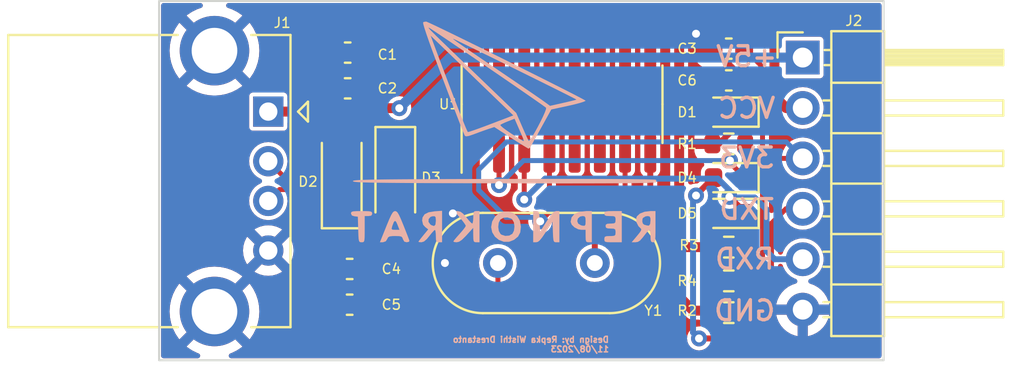
<source format=kicad_pcb>
(kicad_pcb (version 20211014) (generator pcbnew)
  (layers (0 "F.Cu" signal) (31 "B.Cu" signal) (34 "B.Paste" user) (35 "F.Paste" user) (36 "B.SilkS" user "B.Silkscreen") (37 "F.SilkS" user "F.Silkscreen") (38 "B.Mask" user) (39 "F.Mask" user) (44 "Edge.Cuts" user))
  (net 0 "")
  (net 1 "Net-(C1-Pad1)")
  (net 2 "GND")
  (net 3 "+3.3V")
  (net 4 "Net-(C4-Pad1)")
  (net 5 "Net-(C5-Pad1)")
  (net 6 "Net-(D1-Pad1)")
  (net 7 "Net-(D2-Pad1)")
  (net 8 "+5V")
  (net 9 "Net-(D4-Pad1)")
  (net 10 "Net-(D4-Pad2)")
  (net 11 "Net-(D5-Pad1)")
  (net 12 "Net-(D5-Pad2)")
  (net 13 "Net-(J1-Pad2)")
  (net 14 "Net-(J1-Pad3)")
  (net 15 "Net-(J2-Pad4)")
  (footprint "Resistor_SMD:R_0603_1608Metric" (layer "F.Cu") (at 95.7 70.6)
    (fp_text reference "R2" (at -2.1 -0.1) (layer "F.SilkS") (effects (font (size 0.5 0.5) (thickness 0.075))))
    (fp_text value "1k5")
    (fp_line (start -0.237258 0.5225) (end 0.237258 0.5225) (layer "F.SilkS") (width 0.12))
    (fp_line (start -0.237258 -0.5225) (end 0.237258 -0.5225) (layer "F.SilkS") (width 0.12))
    (pad "1" smd roundrect (at -0.825 0) (size 0.8 0.95) (layers "F.Cu" "F.Paste" "F.Mask") (net 1 "Net-(C1-Pad1)"))
    (pad "2" smd roundrect (at 0.825 0) (size 0.8 0.95) (layers "F.Cu" "F.Paste" "F.Mask") (net 10 "Net-(D4-Pad2)"))
  )
  (footprint "Capacitor_SMD:C_0603_1608Metric" (layer "F.Cu") (at 76.6 68.4)
    (fp_text reference "C4" (at 2.1 0) (layer "F.SilkS") (effects (font (size 0.5 0.5) (thickness 0.075))))
    (fp_text value "22p")
    (fp_line (start -0.14058 0.51) (end 0.14058 0.51) (layer "F.SilkS") (width 0.12))
    (fp_line (start -0.14058 -0.51) (end 0.14058 -0.51) (layer "F.SilkS") (width 0.12))
    (pad "1" smd roundrect (at -0.775 0) (size 0.9 0.95) (layers "F.Cu" "F.Paste" "F.Mask") (net 4 "Net-(C4-Pad1)"))
    (pad "2" smd roundrect (at 0.775 0) (size 0.9 0.95) (layers "F.Cu" "F.Paste" "F.Mask") (net 2 "GND"))
  )
  (footprint "Crystal:Crystal_HC49-4H_Vertical" (layer "F.Cu") (at 88.95 68.1 180)
    (fp_text reference "Y1" (at -2.95 -2.4) (layer "F.SilkS") (effects (font (size 0.5 0.5) (thickness 0.075))))
    (fp_text value "12MHz")
    (fp_line (start -0.76 -2.525) (end 5.64 -2.525) (layer "F.SilkS") (width 0.12))
    (fp_line (start -0.76 2.525) (end 5.64 2.525) (layer "F.SilkS") (width 0.12))
    (fp_arc (start 5.64 -2.525) (mid 8.165 0) (end 5.64 2.525) (layer "F.SilkS") (width 0.12))
    (fp_arc (start -0.76 2.525) (mid -3.285 0) (end -0.76 -2.525) (layer "F.SilkS") (width 0.12))
    (pad "1" thru_hole circle (at 0 0 180) (size 1.5 1.5) (drill 0.8) (layers *.Cu *.Mask) (net 4 "Net-(C4-Pad1)"))
    (pad "2" thru_hole circle (at 4.88 0 180) (size 1.5 1.5) (drill 0.8) (layers *.Cu *.Mask) (net 5 "Net-(C5-Pad1)"))
  )
  (footprint "LED_SMD:LED_0603_1608Metric" (layer "F.Cu") (at 95.72 65.6 180)
    (fp_text reference "D5" (at 2.12 0) (layer "F.SilkS") (effects (font (size 0.5 0.5) (thickness 0.075))))
    (fp_text value "LED")
    (fp_line (start -1.485 -0.735) (end -1.485 0.735) (layer "F.SilkS") (width 0.12))
    (fp_line (start 0.8 -0.735) (end -1.485 -0.735) (layer "F.SilkS") (width 0.12))
    (fp_line (start -1.485 0.735) (end 0.8 0.735) (layer "F.SilkS") (width 0.12))
    (pad "1" smd roundrect (at -0.7875 0 180) (size 0.875 0.95) (layers "F.Cu" "F.Paste" "F.Mask") (net 11 "Net-(D5-Pad1)"))
    (pad "2" smd roundrect (at 0.7875 0 180) (size 0.875 0.95) (layers "F.Cu" "F.Paste" "F.Mask") (net 12 "Net-(D5-Pad2)"))
  )
  (footprint "Diode_SMD:D_MiniMELF" (layer "F.Cu") (at 78.9 63.8 -90)
    (fp_text reference "D3" (at 0 -1.8) (layer "F.SilkS") (effects (font (size 0.5 0.5) (thickness 0.075))))
    (fp_text value "LL4148")
    (fp_line (start -2.55 -1) (end -2.55 1) (layer "F.SilkS") (width 0.12))
    (fp_line (start 1.75 -1) (end -2.55 -1) (layer "F.SilkS") (width 0.12))
    (fp_line (start -2.55 1) (end 1.75 1) (layer "F.SilkS") (width 0.12))
    (pad "1" smd rect (at -1.75 0 270) (size 1.3 1.7) (layers "F.Cu" "F.Paste" "F.Mask") (net 1 "Net-(C1-Pad1)"))
    (pad "2" smd rect (at 1.75 0 270) (size 1.3 1.7) (layers "F.Cu" "F.Paste" "F.Mask") (net 7 "Net-(D2-Pad1)"))
  )
  (footprint "Capacitor_SMD:C_0603_1608Metric" (layer "F.Cu") (at 76.5 57.5)
    (fp_text reference "C1" (at 2 0.1) (layer "F.SilkS") (effects (font (size 0.5 0.5) (thickness 0.075))))
    (fp_text value "10uF")
    (fp_line (start -0.14058 -0.51) (end 0.14058 -0.51) (layer "F.SilkS") (width 0.12))
    (fp_line (start -0.14058 0.51) (end 0.14058 0.51) (layer "F.SilkS") (width 0.12))
    (pad "1" smd roundrect (at -0.775 0) (size 0.9 0.95) (layers "F.Cu" "F.Paste" "F.Mask") (net 1 "Net-(C1-Pad1)"))
    (pad "2" smd roundrect (at 0.775 0) (size 0.9 0.95) (layers "F.Cu" "F.Paste" "F.Mask") (net 2 "GND"))
  )
  (footprint "Diode_SMD:D_MiniMELF" (layer "F.Cu") (at 76.2 63.8 90)
    (fp_text reference "D2" (at -0.2 -1.7 180) (layer "F.SilkS") (effects (font (size 0.5 0.5) (thickness 0.075))))
    (fp_text value "LL4148")
    (fp_line (start 1.75 -1) (end -2.55 -1) (layer "F.SilkS") (width 0.12))
    (fp_line (start -2.55 -1) (end -2.55 1) (layer "F.SilkS") (width 0.12))
    (fp_line (start -2.55 1) (end 1.75 1) (layer "F.SilkS") (width 0.12))
    (pad "1" smd rect (at -1.75 0 90) (size 1.3 1.7) (layers "F.Cu" "F.Paste" "F.Mask") (net 7 "Net-(D2-Pad1)"))
    (pad "2" smd rect (at 1.75 0 90) (size 1.3 1.7) (layers "F.Cu" "F.Paste" "F.Mask") (net 8 "+5V"))
  )
  (footprint "Connector_USB:USB_A_CONNFLY_DS1095-WNR0" (layer "F.Cu") (at 72.5 60.4725 -90)
    (fp_text reference "J1" (at -4.4725 -0.7) (layer "F.SilkS") (effects (font (size 0.5 0.5) (thickness 0.075))))
    (fp_text value "USB_A")
    (fp_line (start -0.5 -2) (end 0 -1.5) (layer "F.SilkS") (width 0.12))
    (fp_line (start 0.5 -2) (end -0.5 -2) (layer "F.SilkS") (width 0.12))
    (fp_line (start -3.86 4.56) (end -3.86 13.1) (layer "F.SilkS") (width 0.12))
    (fp_line (start -3.86 13.1) (end 10.86 13.1) (layer "F.SilkS") (width 0.12))
    (fp_line (start 10.86 0.86) (end 10.86 -1.12) (layer "F.SilkS") (width 0.12))
    (fp_line (start 10.86 4.56) (end 10.86 13.1) (layer "F.SilkS") (width 0.12))
    (fp_line (start 0 -1.5) (end 0.5 -2) (layer "F.SilkS") (width 0.12))
    (fp_line (start -3.86 -1.12) (end -3.86 0.86) (layer "F.SilkS") (width 0.12))
    (fp_line (start -3.86 -1.12) (end 10.86 -1.12) (layer "F.SilkS") (width 0.12))
    (pad "1" thru_hole rect (at 0 0 270) (size 1.524 1.524) (drill 0.92) (layers *.Cu *.Mask) (net 1 "Net-(C1-Pad1)"))
    (pad "2" thru_hole circle (at 2.5 0 270) (size 1.524 1.524) (drill 0.92) (layers *.Cu *.Mask) (net 13 "Net-(J1-Pad2)"))
    (pad "3" thru_hole circle (at 4.5 0 270) (size 1.524 1.524) (drill 0.92) (layers *.Cu *.Mask) (net 14 "Net-(J1-Pad3)"))
    (pad "4" thru_hole circle (at 7 0 270) (size 1.524 1.524) (drill 0.92) (layers *.Cu *.Mask) (net 2 "GND"))
    (pad "5" thru_hole circle (at -3.07 2.71 270) (size 3.5 3.5) (drill 2.3) (layers *.Cu *.Mask) (net 2 "GND"))
    (pad "5" thru_hole circle (at 10.07 2.71 270) (size 3.5 3.5) (drill 2.3) (layers *.Cu *.Mask) (net 2 "GND"))
  )
  (footprint "Capacitor_SMD:C_0603_1608Metric" (layer "F.Cu") (at 95.7 58.9)
    (fp_text reference "C6" (at -2.1 0) (layer "F.SilkS") (effects (font (size 0.5 0.5) (thickness 0.075))))
    (fp_text value "100nF")
    (fp_line (start -0.14058 -0.51) (end 0.14058 -0.51) (layer "F.SilkS") (width 0.12))
    (fp_line (start -0.14058 0.51) (end 0.14058 0.51) (layer "F.SilkS") (width 0.12))
    (pad "1" smd roundrect (at -0.775 0) (size 0.9 0.95) (layers "F.Cu" "F.Paste" "F.Mask") (net 1 "Net-(C1-Pad1)"))
    (pad "2" smd roundrect (at 0.775 0) (size 0.9 0.95) (layers "F.Cu" "F.Paste" "F.Mask") (net 2 "GND"))
  )
  (footprint "Resistor_SMD:R_0603_1608Metric" (layer "F.Cu") (at 95.7 69 180)
    (fp_text reference "R4" (at 2.1 0) (layer "F.SilkS") (effects (font (size 0.5 0.5) (thickness 0.075))))
    (fp_text value "1k5")
    (fp_line (start -0.237258 0.5225) (end 0.237258 0.5225) (layer "F.SilkS") (width 0.12))
    (fp_line (start -0.237258 -0.5225) (end 0.237258 -0.5225) (layer "F.SilkS") (width 0.12))
    (pad "1" smd roundrect (at -0.825 0 180) (size 0.8 0.95) (layers "F.Cu" "F.Paste" "F.Mask") (net 9 "Net-(D4-Pad1)"))
    (pad "2" smd roundrect (at 0.825 0 180) (size 0.8 0.95) (layers "F.Cu" "F.Paste" "F.Mask") (net 15 "Net-(J2-Pad4)"))
  )
  (footprint "LED_SMD:LED_0603_1608Metric" (layer "F.Cu") (at 95.72 63.8 180)
    (fp_text reference "D4" (at 2.12 0) (layer "F.SilkS") (effects (font (size 0.5 0.5) (thickness 0.075))))
    (fp_text value "LED")
    (fp_line (start -1.485 -0.735) (end -1.485 0.735) (layer "F.SilkS") (width 0.12))
    (fp_line (start -1.485 0.735) (end 0.8 0.735) (layer "F.SilkS") (width 0.12))
    (fp_line (start 0.8 -0.735) (end -1.485 -0.735) (layer "F.SilkS") (width 0.12))
    (pad "1" smd roundrect (at -0.7875 0 180) (size 0.875 0.95) (layers "F.Cu" "F.Paste" "F.Mask") (net 9 "Net-(D4-Pad1)"))
    (pad "2" smd roundrect (at 0.7875 0 180) (size 0.875 0.95) (layers "F.Cu" "F.Paste" "F.Mask") (net 10 "Net-(D4-Pad2)"))
  )
  (footprint "Resistor_SMD:R_0603_1608Metric" (layer "F.Cu") (at 95.7 67.3)
    (fp_text reference "R3" (at -2 -0.1) (layer "F.SilkS") (effects (font (size 0.5 0.5) (thickness 0.075))))
    (fp_text value "1k5")
    (fp_line (start -0.237258 0.5225) (end 0.237258 0.5225) (layer "F.SilkS") (width 0.12))
    (fp_line (start -0.237258 -0.5225) (end 0.237258 -0.5225) (layer "F.SilkS") (width 0.12))
    (pad "1" smd roundrect (at -0.825 0) (size 0.8 0.95) (layers "F.Cu" "F.Paste" "F.Mask") (net 1 "Net-(C1-Pad1)"))
    (pad "2" smd roundrect (at 0.825 0) (size 0.8 0.95) (layers "F.Cu" "F.Paste" "F.Mask") (net 12 "Net-(D5-Pad2)"))
  )
  (footprint "Package_SO:SOIC-16_3.9x9.9mm_P1.27mm" (layer "F.Cu") (at 87.3 60.1 90)
    (fp_text reference "U1" (at 0 -5.7 180) (layer "F.SilkS") (effects (font (size 0.5 0.5) (thickness 0.075))))
    (fp_text value "CH340G")
    (fp_line (start 0 -5.06) (end -3.45 -5.06) (layer "F.SilkS") (width 0.12))
    (fp_line (start 0 5.06) (end 1.95 5.06) (layer "F.SilkS") (width 0.12))
    (fp_line (start 0 -5.06) (end 1.95 -5.06) (layer "F.SilkS") (width 0.12))
    (fp_line (start 0 5.06) (end -1.95 5.06) (layer "F.SilkS") (width 0.12))
    (pad "1" smd roundrect (at -2.475 -4.445 90) (size 1.95 0.6) (layers "F.Cu" "F.Paste" "F.Mask") (net 2 "GND"))
    (pad "2" smd roundrect (at -2.475 -3.175 90) (size 1.95 0.6) (layers "F.Cu" "F.Paste" "F.Mask") (net 9 "Net-(D4-Pad1)"))
    (pad "3" smd roundrect (at -2.475 -1.905 90) (size 1.95 0.6) (layers "F.Cu" "F.Paste" "F.Mask") (net 11 "Net-(D5-Pad1)"))
    (pad "4" smd roundrect (at -2.475 -0.635 90) (size 1.95 0.6) (layers "F.Cu" "F.Paste" "F.Mask") (net 3 "+3.3V"))
    (pad "5" smd roundrect (at -2.475 0.635 90) (size 1.95 0.6) (layers "F.Cu" "F.Paste" "F.Mask") (net 14 "Net-(J1-Pad3)"))
    (pad "6" smd roundrect (at -2.475 1.905 90) (size 1.95 0.6) (layers "F.Cu" "F.Paste" "F.Mask") (net 13 "Net-(J1-Pad2)"))
    (pad "7" smd roundrect (at -2.475 3.175 90) (size 1.95 0.6) (layers "F.Cu" "F.Paste" "F.Mask") (net 4 "Net-(C4-Pad1)"))
    (pad "8" smd roundrect (at -2.475 4.445 90) (size 1.95 0.6) (layers "F.Cu" "F.Paste" "F.Mask") (net 5 "Net-(C5-Pad1)"))
    (pad "9" smd roundrect (at 2.475 4.445 90) (size 1.95 0.6) (layers "F.Cu" "F.Paste" "F.Mask"))
    (pad "10" smd roundrect (at 2.475 3.175 90) (size 1.95 0.6) (layers "F.Cu" "F.Paste" "F.Mask"))
    (pad "11" smd roundrect (at 2.475 1.905 90) (size 1.95 0.6) (layers "F.Cu" "F.Paste" "F.Mask"))
    (pad "12" smd roundrect (at 2.475 0.635 90) (size 1.95 0.6) (layers "F.Cu" "F.Paste" "F.Mask"))
    (pad "13" smd roundrect (at 2.475 -0.635 90) (size 1.95 0.6) (layers "F.Cu" "F.Paste" "F.Mask"))
    (pad "14" smd roundrect (at 2.475 -1.905 90) (size 1.95 0.6) (layers "F.Cu" "F.Paste" "F.Mask"))
    (pad "15" smd roundrect (at 2.475 -3.175 90) (size 1.95 0.6) (layers "F.Cu" "F.Paste" "F.Mask"))
    (pad "16" smd roundrect (at 2.475 -4.445 90) (size 1.95 0.6) (layers "F.Cu" "F.Paste" "F.Mask") (net 1 "Net-(C1-Pad1)"))
  )
  (footprint "Capacitor_SMD:C_0603_1608Metric" (layer "F.Cu") (at 76.5 59.3)
    (fp_text reference "C2" (at 2 0) (layer "F.SilkS") (effects (font (size 0.5 0.5) (thickness 0.075))))
    (fp_text value "100nF")
    (fp_line (start -0.14058 -0.51) (end 0.14058 -0.51) (layer "F.SilkS") (width 0.12))
    (fp_line (start -0.14058 0.51) (end 0.14058 0.51) (layer "F.SilkS") (width 0.12))
    (pad "1" smd roundrect (at -0.775 0) (size 0.9 0.95) (layers "F.Cu" "F.Paste" "F.Mask") (net 1 "Net-(C1-Pad1)"))
    (pad "2" smd roundrect (at 0.775 0) (size 0.9 0.95) (layers "F.Cu" "F.Paste" "F.Mask") (net 2 "GND"))
  )
  (footprint "Connector_PinHeader_2.54mm:PinHeader_1x06_P2.54mm_Horizontal" (layer "F.Cu") (at 99.425 57.75)
    (fp_text reference "J2" (at 2.575 -1.85) (layer "F.SilkS") (effects (font (size 0.5 0.5) (thickness 0.075))))
    (fp_text value "Conn_01x06_Male")
    (fp_line (start 4.1 12.32) (end 10.1 12.32) (layer "F.SilkS") (width 0.12))
    (fp_line (start 1.44 6.35) (end 4.1 6.35) (layer "F.SilkS") (width 0.12))
    (fp_line (start 4.1 0.28) (end 10.1 0.28) (layer "F.SilkS") (width 0.12))
    (fp_line (start 10.1 8) (end 4.1 8) (layer "F.SilkS") (width 0.12))
    (fp_line (start 1.042929 4.7) (end 1.44 4.7) (layer "F.SilkS") (width 0.12))
    (fp_line (start 1.11 0.38) (end 1.44 0.38) (layer "F.SilkS") (width 0.12))
    (fp_line (start 1.042929 2.16) (end 1.44 2.16) (layer "F.SilkS") (width 0.12))
    (fp_line (start 1.042929 7.24) (end 1.44 7.24) (layer "F.SilkS") (width 0.12))
    (fp_line (start 1.042929 12.32) (end 1.44 12.32) (layer "F.SilkS") (width 0.12))
    (fp_line (start 10.1 4.7) (end 10.1 5.46) (layer "F.SilkS") (width 0.12))
    (fp_line (start 1.44 1.27) (end 4.1 1.27) (layer "F.SilkS") (width 0.12))
    (fp_line (start 1.042929 9.78) (end 1.44 9.78) (layer "F.SilkS") (width 0.12))
    (fp_line (start 1.44 3.81) (end 4.1 3.81) (layer "F.SilkS") (width 0.12))
    (fp_line (start 4.1 14.03) (end 4.1 -1.33) (layer "F.SilkS") (width 0.12))
    (fp_line (start 4.1 -0.38) (end 10.1 -0.38) (layer "F.SilkS") (width 0.12))
    (fp_line (start -1.27 -1.27) (end 0 -1.27) (layer "F.SilkS") (width 0.12))
    (fp_line (start 1.44 14.03) (end 4.1 14.03) (layer "F.SilkS") (width 0.12))
    (fp_line (start 4.1 -1.33) (end 1.44 -1.33) (layer "F.SilkS") (width 0.12))
    (fp_line (start 1.042929 10.54) (end 1.44 10.54) (layer "F.SilkS") (width 0.12))
    (fp_line (start 1.042929 8) (end 1.44 8) (layer "F.SilkS") (width 0.12))
    (fp_line (start 10.1 -0.38) (end 10.1 0.38) (layer "F.SilkS") (width 0.12))
    (fp_line (start 10.1 7.24) (end 10.1 8) (layer "F.SilkS") (width 0.12))
    (fp_line (start 1.44 8.89) (end 4.1 8.89) (layer "F.SilkS") (width 0.12))
    (fp_line (start 4.1 0.04) (end 10.1 0.04) (layer "F.SilkS") (width 0.12))
    (fp_line (start 4.1 0.16) (end 10.1 0.16) (layer "F.SilkS") (width 0.12))
    (fp_line (start 1.042929 13.08) (end 1.44 13.08) (layer "F.SilkS") (width 0.12))
    (fp_line (start 10.1 9.78) (end 10.1 10.54) (layer "F.SilkS") (width 0.12))
    (fp_line (start 1.11 -0.38) (end 1.44 -0.38) (layer "F.SilkS") (width 0.12))
    (fp_line (start 1.042929 5.46) (end 1.44 5.46) (layer "F.SilkS") (width 0.12))
    (fp_line (start 1.44 -1.33) (end 1.44 14.03) (layer "F.SilkS") (width 0.12))
    (fp_line (start 4.1 7.24) (end 10.1 7.24) (layer "F.SilkS") (width 0.12))
    (fp_line (start 4.1 9.78) (end 10.1 9.78) (layer "F.SilkS") (width 0.12))
    (fp_line (start 10.1 2.16) (end 10.1 2.92) (layer "F.SilkS") (width 0.12))
    (fp_line (start 10.1 2.92) (end 4.1 2.92) (layer "F.SilkS") (width 0.12))
    (fp_line (start 4.1 4.7) (end 10.1 4.7) (layer "F.SilkS") (width 0.12))
    (fp_line (start 4.1 -0.08) (end 10.1 -0.08) (layer "F.SilkS") (width 0.12))
    (fp_line (start 4.1 -0.32) (end 10.1 -0.32) (layer "F.SilkS") (width 0.12))
    (fp_line (start 10.1 12.32) (end 10.1 13.08) (layer "F.SilkS") (width 0.12))
    (fp_line (start 4.1 -0.2) (end 10.1 -0.2) (layer "F.SilkS") (width 0.12))
    (fp_line (start 4.1 2.16) (end 10.1 2.16) (layer "F.SilkS") (width 0.12))
    (fp_line (start 1.44 11.43) (end 4.1 11.43) (layer "F.SilkS") (width 0.12))
    (fp_line (start 10.1 0.38) (end 4.1 0.38) (layer "F.SilkS") (width 0.12))
    (fp_line (start -1.27 0) (end -1.27 -1.27) (layer "F.SilkS") (width 0.12))
    (fp_line (start 10.1 10.54) (end 4.1 10.54) (layer "F.SilkS") (width 0.12))
    (fp_line (start 10.1 5.46) (end 4.1 5.46) (layer "F.SilkS") (width 0.12))
    (fp_line (start 1.042929 2.92) (end 1.44 2.92) (layer "F.SilkS") (width 0.12))
    (fp_line (start 10.1 13.08) (end 4.1 13.08) (layer "F.SilkS") (width 0.12))
    (pad "1" thru_hole rect (at 0 0) (size 1.7 1.7) (drill 1) (layers *.Cu *.Mask) (net 8 "+5V"))
    (pad "2" thru_hole oval (at 0 2.54) (size 1.7 1.7) (drill 1) (layers *.Cu *.Mask) (net 1 "Net-(C1-Pad1)"))
    (pad "3" thru_hole oval (at 0 5.08) (size 1.7 1.7) (drill 1) (layers *.Cu *.Mask) (net 3 "+3.3V"))
    (pad "4" thru_hole oval (at 0 7.62) (size 1.7 1.7) (drill 1) (layers *.Cu *.Mask) (net 15 "Net-(J2-Pad4)"))
    (pad "5" thru_hole oval (at 0 10.16) (size 1.7 1.7) (drill 1) (layers *.Cu *.Mask) (net 11 "Net-(D5-Pad1)"))
    (pad "6" thru_hole oval (at 0 12.7) (size 1.7 1.7) (drill 1) (layers *.Cu *.Mask) (net 2 "GND"))
  )
  (footprint "Capacitor_SMD:C_0603_1608Metric" (layer "F.Cu") (at 76.6 70.2)
    (fp_text reference "C5" (at 2.1 0) (layer "F.SilkS") (effects (font (size 0.5 0.5) (thickness 0.075))))
    (fp_text value "22p")
    (fp_line (start -0.14058 -0.51) (end 0.14058 -0.51) (layer "F.SilkS") (width 0.12))
    (fp_line (start -0.14058 0.51) (end 0.14058 0.51) (layer "F.SilkS") (width 0.12))
    (pad "1" smd roundrect (at -0.775 0) (size 0.9 0.95) (layers "F.Cu" "F.Paste" "F.Mask") (net 5 "Net-(C5-Pad1)"))
    (pad "2" smd roundrect (at 0.775 0) (size 0.9 0.95) (layers "F.Cu" "F.Paste" "F.Mask") (net 2 "GND"))
  )
  (footprint "Resistor_SMD:R_0603_1608Metric" (layer "F.Cu") (at 95.7 62.1 180)
    (fp_text reference "R1" (at 2.1 0) (layer "F.SilkS") (effects (font (size 0.5 0.5) (thickness 0.075))))
    (fp_text value "1k5")
    (fp_line (start -0.237258 0.5225) (end 0.237258 0.5225) (layer "F.SilkS") (width 0.12))
    (fp_line (start -0.237258 -0.5225) (end 0.237258 -0.5225) (layer "F.SilkS") (width 0.12))
    (pad "1" smd roundrect (at -0.825 0 180) (size 0.8 0.95) (layers "F.Cu" "F.Paste" "F.Mask") (net 6 "Net-(D1-Pad1)"))
    (pad "2" smd roundrect (at 0.825 0 180) (size 0.8 0.95) (layers "F.Cu" "F.Paste" "F.Mask") (net 2 "GND"))
  )
  (footprint "LED_SMD:LED_0603_1608Metric" (layer "F.Cu") (at 95.72 60.5 180)
    (fp_text reference "D1" (at 2.12 0) (layer "F.SilkS") (effects (font (size 0.5 0.5) (thickness 0.075))))
    (fp_text value "LED")
    (fp_line (start 0.8 -0.735) (end -1.485 -0.735) (layer "F.SilkS") (width 0.12))
    (fp_line (start -1.485 0.735) (end 0.8 0.735) (layer "F.SilkS") (width 0.12))
    (fp_line (start -1.485 -0.735) (end -1.485 0.735) (layer "F.SilkS") (width 0.12))
    (pad "1" smd roundrect (at -0.7875 0 180) (size 0.875 0.95) (layers "F.Cu" "F.Paste" "F.Mask") (net 6 "Net-(D1-Pad1)"))
    (pad "2" smd roundrect (at 0.7875 0 180) (size 0.875 0.95) (layers "F.Cu" "F.Paste" "F.Mask") (net 1 "Net-(C1-Pad1)"))
  )
  (footprint "Capacitor_SMD:C_0603_1608Metric" (layer "F.Cu") (at 95.7 57.3 180)
    (fp_text reference "C3" (at 2.1 0) (layer "F.SilkS") (effects (font (size 0.5 0.5) (thickness 0.075))))
    (fp_text value "100nF")
    (fp_line (start -0.14058 -0.51) (end 0.14058 -0.51) (layer "F.SilkS") (width 0.12))
    (fp_line (start -0.14058 0.51) (end 0.14058 0.51) (layer "F.SilkS") (width 0.12))
    (pad "1" smd roundrect (at -0.775 0 180) (size 0.9 0.95) (layers "F.Cu" "F.Paste" "F.Mask") (net 3 "+3.3V"))
    (pad "2" smd roundrect (at 0.775 0 180) (size 0.9 0.95) (layers "F.Cu" "F.Paste" "F.Mask") (net 2 "GND"))
  )
  (footprint "logo:logo3" (layer "B.Cu") (at 84.4 61.9 180)
    (fp_text reference "G***" hide)
    (fp_text value "LOGO" hide)
    (fp_poly (pts (xy -7.059062 -3.616744) (xy -6.824062 -3.707955) (xy -6.674191 -3.845253) (xy -6.639913 -3.923981) (xy -6.644671 -4.139979) (xy -6.747544 -4.345963) (xy -6.846531 -4.442351) (xy -6.889867 -4.493161) (xy -6.878857 -4.563817) (xy -6.802536 -4.679486) (xy -6.675341 -4.835296) (xy -6.405387 -5.155446) (xy -6.596524 -5.155446) (xy -6.721957 -5.135775) (xy -6.836323 -5.061114) (xy -6.971416 -4.907991) (xy -7.02235 -4.841089) (xy -7.152276 -4.676881) (xy -7.256298 -4.563123) (xy -7.30649 -4.526733) (xy -7.334704 -4.583298) (xy -7.352608 -4.72792) (xy -7.355941 -4.841089) (xy -7.362561 -5.029642) (xy -7.390661 -5.12368) (xy -7.4526 -5.154101) (xy -7.481684 -5.155446) (xy -7.533867 -5.148288) (xy -7.569201 -5.113197) (xy -7.590953 -5.029746) (xy -7.602392 -4.877509) (xy -7.606787 -4.636058) (xy -7.607426 -4.369555) (xy -7.607426 -4.04472) (xy -7.355941 -4.04472) (xy -7.336753 -4.236176) (xy -7.274452 -4.317884) (xy -7.181187 -4.308639) (xy -7.067974 -4.277829) (xy -7.040679 -4.275248) (xy -6.974159 -4.223118) (xy -6.942115 -4.104777) (xy -6.954276 -3.977295) (xy -6.981217 -3.926439) (xy -7.100893 -3.853738) (xy -7.206461 -3.835149) (xy -7.309667 -3.854249) (xy -7.35045 -3.936121) (xy -7.355941 -4.04472) (xy -7.607426 -4.04472) (xy -7.607426 -3.583664) (xy -7.353922 -3.583664)) (layer "B.SilkS") (width 0) (fill solid))
    (fp_poly (pts (xy 4.064978 5.946403) (xy 4.098837 5.922845) (xy 4.092672 5.847538) (xy 4.039891 5.657592) (xy 3.941148 5.354889) (xy 3.797098 4.941308) (xy 3.608396 4.41873) (xy 3.375696 3.789037) (xy 3.106426 3.072023) (xy 2.892881 2.508513) (xy 2.691511 1.980021) (xy 2.506911 1.498401) (xy 2.343675 1.075509) (xy 2.206401 0.723201) (xy 2.099682 0.453333) (xy 2.028114 0.277759) (xy 1.996568 0.208686) (xy 1.931277 0.180085) (xy 1.799366 0.200228) (xy 1.580295 0.272857) (xy 1.520544 0.295414) (xy 1.255929 0.394375) (xy 0.989299 0.490297) (xy 0.80677 0.552895) (xy 0.513292 0.649413) (xy -0.331523 0.104657) (xy -0.619978 -0.079934) (xy -0.870773 -0.237751) (xy -1.065254 -0.357269) (xy -1.184767 -0.426963) (xy -1.213172 -0.440099) (xy -1.275931 -0.395418) (xy -1.300869 -0.362771) (xy -1.347262 -0.283803) (xy -1.442975 -0.114961) (xy -1.576641 0.123505) (xy -1.736893 0.411341) (xy -1.854773 0.624074) (xy -2.357813 1.533591) (xy -2.743146 1.617193) (xy -2.097505 1.617193) (xy -2.088814 1.539065) (xy -2.030277 1.381026) (xy -1.933952 1.165917) (xy -1.811897 0.91658) (xy -1.676169 0.655855) (xy -1.538827 0.406584) (xy -1.411928 0.191608) (xy -1.307529 0.033767) (xy -1.237689 -0.044097) (xy -1.219537 -0.045939) (xy -1.21869 -0.044337) (xy -0.971337 -0.044337) (xy -0.96729 -0.062872) (xy -0.90397 -0.03068) (xy -0.758048 0.056692) (xy -0.55205 0.185444) (xy -0.337103 0.323222) (xy -0.105238 0.480208) (xy 0.075258 0.615555) (xy 0.185306 0.71402) (xy 0.208039 0.758825) (xy 0.124878 0.807682) (xy -0.035803 0.881382) (xy -0.175144 0.938541) (xy -0.507466 1.068749) (xy -0.630961 0.785859) (xy -0.73847 0.539588) (xy -0.851979 0.279573) (xy -0.877964 0.220049) (xy -0.94249 0.058033) (xy -0.971337 -0.044337) (xy -1.21869 -0.044337) (xy -1.184998 0.019387) (xy -1.111589 0.17661) (xy -1.010105 0.402107) (xy -0.892168 0.670356) (xy -0.646202 1.235703) (xy -0.444237 1.235703) (xy 0.673797 0.80927) (xy 1.025678 0.676813) (xy 1.337719 0.562684) (xy 1.590808 0.473602) (xy 1.765831 0.416286) (xy 1.843677 0.397456) (xy 1.844644 0.397636) (xy 1.878432 0.457873) (xy 1.950679 0.622418) (xy 2.055968 0.87774) (xy 2.188879 1.210307) (xy 2.343993 1.60659) (xy 2.515892 2.053057) (xy 2.668121 2.453866) (xy 2.855793 2.951245) (xy 3.03519 3.42717) (xy 3.199971 3.864779) (xy 3.343793 4.24721) (xy 3.460312 4.557602) (xy 3.543188 4.779091) (xy 3.577902 4.872524) (xy 3.717018 5.249752) (xy 3.288831 4.837115) (xy 3.142244 4.695797) (xy 2.918965 4.480472) (xy 2.632788 4.204445) (xy 2.297508 3.881022) (xy 1.926917 3.523509) (xy 1.534809 3.145213) (xy 1.208203 2.830091) (xy -0.444237 1.235703) (xy -0.646202 1.235703) (xy -0.592642 1.358809) (xy 1.621253 3.487197) (xy 2.13382 3.980148) (xy 2.562636 4.393077) (xy 2.91474 4.732953) (xy 3.197176 5.006746) (xy 3.416986 5.221426) (xy 3.58121 5.383961) (xy 3.696891 5.501322) (xy 3.77107 5.580479) (xy 3.81079 5.6284) (xy 3.823092 5.652056) (xy 3.815019 5.658415) (xy 3.814965 5.658415) (xy 3.755907 5.623995) (xy 3.604702 5.525904) (xy 3.372692 5.371892) (xy 3.071219 5.169712) (xy 2.711623 4.927116) (xy 2.305246 4.651856) (xy 1.863429 4.351684) (xy 1.397515 4.034353) (xy 0.918845 3.707613) (xy 0.438759 3.379217) (xy -0.0314 3.056917) (xy -0.480291 2.748466) (xy -0.896573 2.461614) (xy -1.268903 2.204114) (xy -1.585942 1.983718) (xy -1.836346 1.808178) (xy -2.008775 1.685246) (xy -2.091887 1.622674) (xy -2.097505 1.617193) (xy -2.743146 1.617193) (xy -3.222224 1.721134) (xy -3.532659 1.793005) (xy -3.793619 1.862035) (xy -3.98307 1.921725) (xy -4.078975 1.965575) (xy -4.086363 1.975996) (xy -4.031665 2.011566) (xy -3.992538 2.032875) (xy -3.625616 2.032875) (xy -3.559457 2.0114) (xy -3.396727 1.969558) (xy -3.163685 1.913874) (xy -2.949762 1.864975) (xy -2.294802 1.717968) (xy -1.980446 1.947341) (xy -1.858602 2.033505) (xy -1.645944 2.18086) (xy -1.355875 2.380242) (xy -1.001795 2.622485) (xy -0.597108 2.898423) (xy -0.155215 3.19889) (xy 0.310481 3.514722) (xy 0.408663 3.581205) (xy 0.985342 3.972064) (xy 1.463323 4.297165) (xy 1.848458 4.560614) (xy 2.146598 4.766515) (xy 2.363593 4.918974) (xy 2.505296 5.022096) (xy 2.577557 5.079985) (xy 2.586227 5.096747) (xy 2.546287 5.080922) (xy 2.23196 4.929621) (xy 1.852051 4.745403) (xy 1.418576 4.534201) (xy 0.94355 4.30195) (xy 0.438988 4.054583) (xy -0.083093 3.798034) (xy -0.610679 3.538238) (xy -1.131754 3.281128) (xy -1.634302 3.032638) (xy -2.106308 2.798703) (xy -2.535756 2.585255) (xy -2.910631 2.39823) (xy -3.218916 2.243562) (xy -3.448597 2.127183) (xy -3.587658 2.055029) (xy -3.625616 2.032875) (xy -3.992538 2.032875) (xy -3.874935 2.096923) (xy -3.627109 2.226638) (xy -3.299126 2.39528) (xy -2.901921 2.597419) (xy -2.446434 2.827625) (xy -1.9436 3.080468) (xy -1.404357 3.350518) (xy -0.839643 3.632345) (xy -0.260395 3.920518) (xy 0.32245 4.209607) (xy 0.897954 4.494183) (xy 1.455181 4.768816) (xy 1.983193 5.028074) (xy 2.471052 5.266528) (xy 2.907821 5.478748) (xy 3.282564 5.659304) (xy 3.584342 5.802765) (xy 3.802218 5.903702) (xy 3.925256 5.956684) (xy 3.944127 5.96295)) (layer "B.SilkS") (width 0) (fill solid))
    (fp_poly (pts (xy 1.507887 -3.593856) (xy 1.554424 -3.64587) (xy 1.570293 -3.771862) (xy 1.571782 -3.89802) (xy 1.581241 -4.077365) (xy 1.605427 -4.191183) (xy 1.624356 -4.212377) (xy 1.687793 -4.166621) (xy 1.800909 -4.047361) (xy 1.922995 -3.900542) (xy 2.084609 -3.714616) (xy 2.214449 -3.617077) (xy 2.341765 -3.586368) (xy 2.349592 -3.586185) (xy 2.530125 -3.583664) (xy 2.239567 -3.923765) (xy 2.095842 -4.100366) (xy 1.991959 -4.243969) (xy 1.94917 -4.325056) (xy 1.949009 -4.327362) (xy 1.98879 -4.401709) (xy 2.093749 -4.539121) (xy 2.242317 -4.711641) (xy 2.263366 -4.734813) (xy 2.415355 -4.905924) (xy 2.526951 -5.040728) (xy 2.576867 -5.113341) (xy 2.577722 -5.117108) (xy 2.523405 -5.145034) (xy 2.406168 -5.155446) (xy 2.284047 -5.126876) (xy 2.141911 -5.030318) (xy 1.957254 -4.8495) (xy 1.906086 -4.793936) (xy 1.577557 -4.432426) (xy 1.574669 -4.793936) (xy 1.569294 -4.997584) (xy 1.548452 -5.105633) (xy 1.498805 -5.148207) (xy 1.414604 -5.155446) (xy 1.257425 -5.155446) (xy 1.257425 -3.583664) (xy 1.414604 -3.583664)) (layer "B.SilkS") (width 0) (fill solid))
    (fp_poly (pts (xy 5.571674 -3.600345) (xy 5.634309 -3.661179) (xy 5.707641 -3.783967) (xy 5.801657 -3.986111) (xy 5.926344 -4.285013) (xy 5.960523 -4.369555) (xy 6.277039 -5.155446) (xy 6.123349 -5.155446) (xy 5.978338 -5.106142) (xy 5.909901 -4.998268) (xy 5.861973 -4.907097) (xy 5.783489 -4.860027) (xy 5.637869 -4.842893) (xy 5.503991 -4.841089) (xy 5.303057 -4.84638) (xy 5.193223 -4.87163) (xy 5.139985 -4.930902) (xy 5.118392 -4.998268) (xy 5.047801 -5.123586) (xy 4.92397 -5.155446) (xy 4.80989 -5.129031) (xy 4.789325 -5.076857) (xy 4.819597 -4.990416) (xy 4.886969 -4.813237) (xy 4.981457 -4.57118) (xy 4.999107 -4.526733) (xy 5.291303 -4.526733) (xy 5.503024 -4.526733) (xy 5.643578 -4.520321) (xy 5.686625 -4.476325) (xy 5.658255 -4.357608) (xy 5.646564 -4.322401) (xy 5.575275 -4.138971) (xy 5.515833 -4.076203) (xy 5.455007 -4.131544) (xy 5.390946 -4.273067) (xy 5.291303 -4.526733) (xy 4.999107 -4.526733) (xy 5.092574 -4.291365) (xy 5.218099 -3.98602) (xy 5.312455 -3.78092) (xy 5.386427 -3.657773) (xy 5.450807 -3.598288) (xy 5.509751 -3.584063)) (layer "B.SilkS") (width 0) (fill solid))
    (fp_poly (pts (xy -3.777248 -3.619866) (xy -3.526159 -3.727199) (xy -3.376988 -3.903753) (xy -3.332179 -4.12502) (xy -3.387743 -4.271169) (xy -3.528071 -4.406362) (xy -3.71362 -4.500714) (xy -3.863727 -4.526733) (xy -4.086634 -4.526733) (xy -4.086634 -4.841089) (xy -4.09173 -5.027657) (xy -4.117737 -5.120731) (xy -4.180733 -5.152468) (xy -4.243812 -5.155446) (xy -4.400991 -5.155446) (xy -4.400991 -4.086634) (xy -4.086634 -4.086634) (xy -4.079457 -4.254937) (xy -4.03864 -4.323883) (xy -3.93525 -4.319766) (xy -3.852949 -4.299037) (xy -3.714537 -4.215286) (xy -3.665453 -4.088988) (xy -3.698743 -3.958466) (xy -3.807449 -3.862044) (xy -3.937154 -3.835149) (xy -4.033679 -3.850206) (xy -4.076563 -3.918722) (xy -4.08662 -4.075714) (xy -4.086634 -4.086634) (xy -4.400991 -4.086634) (xy -4.400991 -3.583664) (xy -4.127452 -3.583664)) (layer "B.SilkS") (width 0) (fill solid))
    (fp_poly (pts (xy 3.518436 -3.595666) (xy 3.82568 -3.645075) (xy 4.02562 -3.745822) (xy 4.12894 -3.905776) (xy 4.149504 -4.060379) (xy 4.101235 -4.268299) (xy 3.996281 -4.386647) (xy 3.843057 -4.507173) (xy 4.090588 -4.80672) (xy 4.2201 -4.967106) (xy 4.309697 -5.085056) (xy 4.338118 -5.130856) (xy 4.284177 -5.149405) (xy 4.181896 -5.155446) (xy 4.055334 -5.117959) (xy 3.912429 -4.994456) (xy 3.78895 -4.84467) (xy 3.657977 -4.681417) (xy 3.553992 -4.567527) (xy 3.505074 -4.530314) (xy 3.478199 -4.584706) (xy 3.461124 -4.727728) (xy 3.45792 -4.841089) (xy 3.452824 -5.027657) (xy 3.426817 -5.120731) (xy 3.363821 -5.152468) (xy 3.300742 -5.155446) (xy 3.143564 -5.155446) (xy 3.143564 -4.082458) (xy 3.45792 -4.082458) (xy 3.479229 -4.2668) (xy 3.548338 -4.336813) (xy 3.67302 -4.297369) (xy 3.734795 -4.256008) (xy 3.82673 -4.128317) (xy 3.820572 -3.987303) (xy 3.727852 -3.878358) (xy 3.630816 -3.846691) (xy 3.52076 -3.843745) (xy 3.471253 -3.890875) (xy 3.458279 -4.02083) (xy 3.45792 -4.082458) (xy 3.143564 -4.082458) (xy 3.143564 -3.568551)) (layer "B.SilkS") (width 0) (fill solid))
    (fp_poly (pts (xy -1.12041 -1.962569) (xy -0.022337 -1.964356) (xy 0.034832 -1.964474) (xy 1.181387 -1.967016) (xy 2.208588 -1.969625) (xy 3.122821 -1.972395) (xy 3.930476 -1.975419) (xy 4.637939 -1.978789) (xy 5.2516 -1.982598) (xy 5.777845 -1.986938) (xy 6.223062 -1.991902) (xy 6.59364 -1.997583) (xy 6.895966 -2.004074) (xy 7.136428 -2.011466) (xy 7.321414 -2.019853) (xy 7.457312 -2.029327) (xy 7.55051 -2.039981) (xy 7.607396 -2.051907) (xy 7.634357 -2.065199) (xy 7.638861 -2.074753) (xy 7.628136 -2.088982) (xy 7.591707 -2.101787) (xy 7.523191 -2.113261) (xy 7.416209 -2.123496) (xy 7.264377 -2.132585) (xy 7.061316 -2.14062) (xy 6.800642 -2.147693) (xy 6.475974 -2.153897) (xy 6.080932 -2.159324) (xy 5.609133 -2.164066) (xy 5.054195 -2.168216) (xy 4.409739 -2.171867) (xy 3.66938 -2.175109) (xy 2.82674 -2.178036) (xy 1.875435 -2.180741) (xy 0.809084 -2.183315) (xy 0.019583 -2.185029) (xy -1.226996 -2.187261) (xy -2.351289 -2.188455) (xy -3.35675 -2.188587) (xy -4.246833 -2.187633) (xy -5.024991 -2.18557) (xy -5.694677 -2.182375) (xy -6.259344 -2.178022) (xy -6.722445 -2.172489) (xy -7.087435 -2.165752) (xy -7.357766 -2.157787) (xy -7.536891 -2.14857) (xy -7.628264 -2.138078) (xy -7.642092 -2.132397) (xy -7.644944 -2.031952) (xy -7.626843 -2.00615) (xy -7.556284 -1.997935) (xy -7.365374 -1.990483) (xy -7.0595 -1.983823) (xy -6.64405 -1.977984) (xy -6.124413 -1.972996) (xy -5.505977 -1.968887) (xy -4.794132 -1.965688) (xy -3.994263 -1.963427) (xy -3.111762 -1.962134) (xy -2.152014 -1.961839)) (layer "B.SilkS") (width 0) (fill solid))
    (fp_poly (pts (xy -5.238517 -3.587056) (xy -5.106017 -3.602355) (xy -5.045415 -3.637241) (xy -5.029826 -3.699397) (xy -5.029703 -3.709406) (xy -5.048215 -3.787985) (xy -5.125081 -3.825143) (xy -5.2923 -3.835101) (xy -5.312624 -3.835149) (xy -5.486597 -3.840616) (xy -5.568996 -3.872186) (xy -5.593946 -3.952606) (xy -5.595545 -4.023763) (xy -5.585614 -4.144703) (xy -5.531798 -4.198467) (xy -5.398061 -4.212079) (xy -5.34406 -4.212377) (xy -5.179529 -4.222921) (xy -5.106813 -4.265541) (xy -5.092575 -4.338119) (xy -5.113664 -4.420385) (xy -5.198903 -4.456743) (xy -5.34406 -4.463862) (xy -5.505314 -4.47131) (xy -5.576998 -4.511672) (xy -5.595148 -4.611975) (xy -5.595545 -4.652476) (xy -5.587344 -4.768457) (xy -5.53999 -4.82339) (xy -5.419359 -4.840023) (xy -5.312624 -4.841089) (xy -5.13804 -4.847604) (xy -5.055323 -4.879626) (xy -5.030784 -4.955873) (xy -5.029703 -4.998268) (xy -5.036175 -5.080385) (xy -5.073857 -5.127382) (xy -5.170148 -5.149045) (xy -5.352449 -5.15516) (xy -5.469802 -5.155446) (xy -5.909901 -5.155446) (xy -5.909901 -3.583664) (xy -5.469802 -3.583664)) (layer "B.SilkS") (width 0) (fill solid))
    (fp_poly (pts (xy 7.458983 -3.586158) (xy 7.617971 -3.597353) (xy 7.700195 -3.622813) (xy 7.730126 -3.668107) (xy 7.733168 -3.70523) (xy 7.688493 -3.806052) (xy 7.560272 -3.846691) (xy 7.387376 -3.866585) (xy 7.369459 -4.511015) (xy 7.360351 -4.80054) (xy 7.348361 -4.987023) (xy 7.327407 -5.093128) (xy 7.29141 -5.141515) (xy 7.234291 -5.154845) (xy 7.196562 -5.155446) (xy 7.127606 -5.151674) (xy 7.08291 -5.12542) (xy 7.057214 -5.054282) (xy 7.045259 -4.915855) (xy 7.041785 -4.687735) (xy 7.041584 -4.495297) (xy 7.041584 -3.835149) (xy 6.85297 -3.835149) (xy 6.71491 -3.815389) (xy 6.666302 -3.741865) (xy 6.664356 -3.709406) (xy 6.674301 -3.648267) (xy 6.720527 -3.610921) (xy 6.827621 -3.591585) (xy 7.020169 -3.584472) (xy 7.198762 -3.583664)) (layer "B.SilkS") (width 0) (fill solid))
    (fp_poly (pts (xy -2.523996 -3.60379) (xy -2.430519 -3.676321) (xy -2.313831 -3.819487) (xy -2.156804 -4.051518) (xy -2.124138 -4.102247) (xy -1.791832 -4.62083) (xy -1.773572 -4.102247) (xy -1.76281 -3.848065) (xy -1.746946 -3.694352) (xy -1.717569 -3.615873) (xy -1.666265 -3.587399) (xy -1.600676 -3.583664) (xy -1.44604 -3.583664) (xy -1.44604 -5.155446) (xy -1.597164 -5.155446) (xy -1.68456 -5.133408) (xy -1.781156 -5.055519) (xy -1.903546 -4.904115) (xy -2.068324 -4.661531) (xy -2.084417 -4.636758) (xy -2.420545 -4.11807) (xy -2.438805 -4.636758) (xy -2.449566 -4.89097) (xy -2.465425 -5.044713) (xy -2.494793 -5.123215) (xy -2.546079 -5.151705) (xy -2.611702 -5.155446) (xy -2.766337 -5.155446) (xy -2.766337 -3.583664) (xy -2.611391 -3.583664)) (layer "B.SilkS") (width 0) (fill solid))
    (fp_poly (pts (xy 0.274536 -3.68911) (xy 0.480093 -3.86268) (xy 0.622048 -4.110589) (xy 0.67256 -4.393604) (xy 0.618348 -4.654397) (xy 0.480066 -4.875736) (xy 0.278366 -5.040387) (xy 0.033901 -5.131117) (xy -0.232674 -5.130693) (xy -0.48324 -5.032833) (xy -0.685991 -4.867271) (xy -0.794885 -4.659395) (xy -0.827799 -4.374797) (xy -0.827806 -4.369683) (xy -0.82595 -4.358703) (xy -0.50287 -4.358703) (xy -0.477201 -4.570087) (xy -0.39892 -4.726114) (xy -0.240849 -4.817898) (xy -0.038715 -4.833998) (xy 0.150354 -4.773369) (xy 0.199381 -4.737038) (xy 0.284244 -4.588045) (xy 0.314255 -4.380406) (xy 0.288586 -4.169023) (xy 0.210305 -4.012995) (xy 0.052234 -3.921211) (xy -0.1499 -3.905112) (xy -0.338969 -3.965741) (xy -0.387995 -4.002071) (xy -0.472859 -4.151065) (xy -0.50287 -4.358703) (xy -0.82595 -4.358703) (xy -0.777541 -4.072317) (xy -0.642462 -3.84291) (xy -0.446142 -3.685673) (xy -0.212154 -3.604819) (xy 0.03593 -3.60456)) (layer "B.SilkS") (width 0) (fill solid))
  )
  (gr_rect (start 67 54.9) (end 103.5 73) (layer "Edge.Cuts") (width 0.1) (fill none))
  (gr_text "GND" (at 96.5 70.5) (layer "B.SilkS") (effects (font (size 1 1) (thickness 0.17)) (justify mirror)))
  (gr_text "Design by: Repka Wisthi Drestanto\n11/08/2023" (at 89.7 72.2) (layer "B.SilkS") (effects (font (size 0.3 0.3) (thickness 0.075)) (justify left mirror)))
  (gr_text "3V3" (at 96.6 62.8) (layer "B.SilkS") (effects (font (size 1 1) (thickness 0.17)) (justify mirror)))
  (gr_text "+5V\n" (at 96.6 57.7) (layer "B.SilkS") (effects (font (size 1 1) (thickness 0.17)) (justify mirror)))
  (gr_text "RXD" (at 96.5 67.9) (layer "B.SilkS") (effects (font (size 1 1) (thickness 0.17)) (justify mirror)))
  (gr_text "TXD" (at 96.6 65.4) (layer "B.SilkS") (effects (font (size 1 1) (thickness 0.17)) (justify mirror)))
  (gr_text "VCC\n" (at 96.6 60.3) (layer "B.SilkS") (effects (font (size 1 1) (thickness 0.17)) (justify mirror)))
  (segment (start 94.875 70.6) (end 94.6 70.6) (width 0.25) (layer "F.Cu") (net 1))
  (segment (start 74.5275 62.7275) (end 74.5275 60.4725) (width 0.5) (layer "F.Cu") (net 1))
  (segment (start 93.2 55.7) (end 93.2 59.9) (width 0.5) (layer "F.Cu") (net 1))
  (segment (start 93.3 67.3) (end 93.2 67.2) (width 0.5) (layer "F.Cu") (net 1))
  (segment (start 74.95 63.15) (end 74.5275 62.7275) (width 0.5) (layer "F.Cu") (net 1))
  (segment (start 78.9 62.05) (end 78.9 62.9) (width 0.5) (layer "F.Cu") (net 1))
  (segment (start 82.855 57.625) (end 82.855 56.055) (width 0.25) (layer "F.Cu") (net 1))
  (segment (start 94.9325 60.5) (end 93.3 60.5) (width 0.5) (layer "F.Cu") (net 1))
  (segment (start 98.59 60.29) (end 98 59.7) (width 0.5) (layer "F.Cu") (net 1))
  (segment (start 94.9325 58.9075) (end 94.925 58.9) (width 0.5) (layer "F.Cu") (net 1))
  (segment (start 93.2 69.8) (end 93.2 67.2) (width 0.5) (layer "F.Cu") (net 1))
  (segment (start 72.5 60.4725) (end 74.5275 60.4725) (width 0.5) (layer "F.Cu") (net 1))
  (segment (start 98 56.8) (end 96.9 55.7) (width 0.5) (layer "F.Cu") (net 1))
  (segment (start 78.65 63.15) (end 74.95 63.15) (width 0.5) (layer "F.Cu") (net 1))
  (segment (start 99.425 60.29) (end 98.59 60.29) (width 0.5) (layer "F.Cu") (net 1))
  (segment (start 93.2 67.2) (end 93.2 60.4) (width 0.5) (layer "F.Cu") (net 1))
  (segment (start 78.9 62.9) (end 78.65 63.15) (width 0.5) (layer "F.Cu") (net 1))
  (segment (start 74.5275 60.4725) (end 75.1275 60.4725) (width 0.5) (layer "F.Cu") (net 1))
  (segment (start 93.7 55.7) (end 82.5 55.7) (width 0.5) (layer "F.Cu") (net 1))
  (segment (start 93.2 60.4) (end 93.2 60) (width 0.5) (layer "F.Cu") (net 1))
  (segment (start 94.9325 60.5) (end 94.9325 58.9075) (width 0.5) (layer "F.Cu") (net 1))
  (segment (start 75.1275 60.4725) (end 75.725 59.875) (width 0.5) (layer "F.Cu") (net 1))
  (segment (start 82.855 56.055) (end 82.5 55.7) (width 0.25) (layer "F.Cu") (net 1))
  (segment (start 93.9 70.5) (end 94.775 70.5) (width 0.5) (layer "F.Cu") (net 1))
  (segment (start 96.9 55.7) (end 93.7 55.7) (width 0.5) (layer "F.Cu") (net 1))
  (segment (start 82.5 55.7) (end 76 55.7) (width 0.5) (layer "F.Cu") (net 1))
  (segment (start 93.9 70.5) (end 93.2 69.8) (width 0.5) (layer "F.Cu") (net 1))
  (segment (start 98 59.7) (end 98 56.8) (width 0.5) (layer "F.Cu") (net 1))
  (segment (start 75.725 55.975) (end 75.725 57.5) (width 0.5) (layer "F.Cu") (net 1))
  (segment (start 75.725 57.5) (end 75.725 59.3) (width 0.5) (layer "F.Cu") (net 1))
  (segment (start 93.3 60.5) (end 93.2 60.4) (width 0.5) (layer "F.Cu") (net 1))
  (segment (start 94.875 67.3) (end 93.3 67.3) (width 0.5) (layer "F.Cu") (net 1))
  (segment (start 75.725 59.875) (end 75.725 59.3) (width 0.5) (layer "F.Cu") (net 1))
  (segment (start 76 55.7) (end 75.725 55.975) (width 0.5) (layer "F.Cu") (net 1))
  (segment (start 94.775 70.5) (end 94.875 70.6) (width 0.5) (layer "F.Cu") (net 1))
  (segment (start 95.72 61.58) (end 95.72 59.655) (width 0.3) (layer "F.Cu") (net 2))
  (segment (start 94.8 57.3) (end 94.0495 56.5495) (width 0.3) (layer "F.Cu") (net 2))
  (segment (start 96.475 58.9) (end 96.475 58.85) (width 0.3) (layer "F.Cu") (net 2))
  (segment (start 95.2 62.1) (end 95.72 61.58) (width 0.3) (layer "F.Cu") (net 2))
  (segment (start 95.72 59.655) (end 96.475 58.9) (width 0.3) (layer "F.Cu") (net 2))
  (segment (start 96.475 58.85) (end 94.925 57.3) (width 0.3) (layer "F.Cu") (net 2))
  (segment (start 94.925 57.3) (end 94.8 57.3) (width 0.3) (layer "F.Cu") (net 2))
  (segment (start 77.375 68.4) (end 81.1 68.4) (width 0.3) (layer "F.Cu") (net 2))
  (segment (start 81.1 68.4) (end 81.4 68.1) (width 0.3) (layer "F.Cu") (net 2))
  (segment (start 82.855 64.545) (end 82.855 62.575) (width 0.3) (layer "F.Cu") (net 2))
  (segment (start 94.875 62.1) (end 95.2 62.1) (width 0.3) (layer "F.Cu") (net 2))
  (segment (start 81.8 65.6) (end 82.855 64.545) (width 0.3) (layer "F.Cu") (net 2))
  (via (at 94.0495 56.5495) (size 0.8) (drill 0.4) (layers "F.Cu" "B.Cu") (net 2))
  (via (at 81.8 65.6) (size 0.8) (drill 0.4) (layers "F.Cu" "B.Cu") (net 2))
  (via (at 81.4 68.1) (size 0.8) (drill 0.4) (layers "F.Cu" "B.Cu") (net 2))
  (segment (start 101.2 70.4) (end 101.15 70.45) (width 0.3) (layer "B.Cu") (net 2))
  (segment (start 81.4 68.1) (end 81.4 66) (width 0.3) (layer "B.Cu") (net 2))
  (segment (start 81.4 66) (end 81.8 65.6) (width 0.3) (layer "B.Cu") (net 2))
  (segment (start 94.599 56) (end 100.8 56) (width 0.3) (layer "B.Cu") (net 2))
  (segment (start 101.2 56.4) (end 101.2 70.4) (width 0.3) (layer "B.Cu") (net 2))
  (segment (start 94.0495 56.5495) (end 94.599 56) (width 0.3) (layer "B.Cu") (net 2))
  (segment (start 100.8 56) (end 101.2 56.4) (width 0.3) (layer "B.Cu") (net 2))
  (segment (start 101.15 70.45) (end 99.425 70.45) (width 0.3) (layer "B.Cu") (net 2))
  (segment (start 97.83 62.83) (end 99.425 62.83) (width 0.25) (layer "F.Cu") (net 3))
  (segment (start 86.2 66) (end 86.665 65.535) (width 0.25) (layer "F.Cu") (net 3))
  (segment (start 86.665 65.535) (end 86.665 62.575) (width 0.25) (layer "F.Cu") (net 3))
  (segment (start 97.4 62.4) (end 97.83 62.83) (width 0.25) (layer "F.Cu") (net 3))
  (segment (start 96.475 57.3) (end 97.4 58.225) (width 0.25) (layer "F.Cu") (net 3))
  (segment (start 97.4 58.225) (end 97.4 62.4) (width 0.25) (layer "F.Cu") (net 3))
  (via (at 86.2 66) (size 0.8) (drill 0.4) (layers "F.Cu" "B.Cu") (net 3))
  (segment (start 84.5 62) (end 98.595 62) (width 0.25) (layer "B.Cu") (net 3))
  (segment (start 83.1 63.4) (end 84.5 62) (width 0.25) (layer "B.Cu") (net 3))
  (segment (start 86 65.8) (end 84.474695 65.8) (width 0.25) (layer "B.Cu") (net 3))
  (segment (start 83.1 64.425305) (end 83.1 63.4) (width 0.25) (layer "B.Cu") (net 3))
  (segment (start 84.474695 65.8) (end 83.1 64.425305) (width 0.25) (layer "B.Cu") (net 3))
  (segment (start 98.595 62) (end 99.425 62.83) (width 0.25) (layer "B.Cu") (net 3))
  (segment (start 86.2 66) (end 86 65.8) (width 0.25) (layer "B.Cu") (net 3))
  (segment (start 90 66.8) (end 90.475 66.325) (width 0.25) (layer "F.Cu") (net 4))
  (segment (start 88.95 68.1) (end 88.95 66.95) (width 0.3) (layer "F.Cu") (net 4))
  (segment (start 75.825 68.4) (end 75.825 67.775) (width 0.25) (layer "F.Cu") (net 4))
  (segment (start 75.825 67.775) (end 76.8 66.8) (width 0.25) (layer "F.Cu") (net 4))
  (segment (start 90.475 66.325) (end 90.475 62.575) (width 0.25) (layer "F.Cu") (net 4))
  (segment (start 88.95 66.95) (end 89 66.9) (width 0.3) (layer "F.Cu") (net 4))
  (segment (start 76.8 66.8) (end 90 66.8) (width 0.25) (layer "F.Cu") (net 4))
  (segment (start 91.745 70.455) (end 90.8 71.4) (width 0.3) (layer "F.Cu") (net 5))
  (segment (start 76.4 71.4) (end 75.825 70.825) (width 0.3) (layer "F.Cu") (net 5))
  (segment (start 84 71.4) (end 76.4 71.4) (width 0.3) (layer "F.Cu") (net 5))
  (segment (start 84.07 68.1) (end 84.07 71.33) (width 0.25) (layer "F.Cu") (net 5))
  (segment (start 90.8 71.4) (end 84 71.4) (width 0.3) (layer "F.Cu") (net 5))
  (segment (start 84.07 71.33) (end 84 71.4) (width 0.25) (layer "F.Cu") (net 5))
  (segment (start 91.745 62.575) (end 91.745 70.455) (width 0.3) (layer "F.Cu") (net 5))
  (segment (start 75.825 70.825) (end 75.825 70.2) (width 0.3) (layer "F.Cu") (net 5))
  (segment (start 96.5075 60.5) (end 96.5075 62.0825) (width 0.25) (layer "F.Cu") (net 6))
  (segment (start 96.5075 62.0825) (end 96.525 62.1) (width 0.25) (layer "F.Cu") (net 6))
  (segment (start 76.2 65.55) (end 78.9 65.55) (width 0.5) (layer "F.Cu") (net 7))
  (segment (start 79.1 60.3) (end 76.9 60.3) (width 0.5) (layer "F.Cu") (net 8))
  (segment (start 76.9 60.3) (end 76.2 61) (width 0.5) (layer "F.Cu") (net 8))
  (segment (start 76.2 61) (end 76.2 62.05) (width 0.5) (layer "F.Cu") (net 8))
  (via (at 79.1 60.3) (size 0.8) (drill 0.4) (layers "F.Cu" "B.Cu") (net 8))
  (segment (start 81.65 57.75) (end 79.1 60.3) (width 0.5) (layer "B.Cu") (net 8))
  (segment (start 99.425 57.75) (end 81.65 57.75) (width 0.5) (layer "B.Cu") (net 8))
  (segment (start 95.759668 63.052168) (end 96.5075 63.8) (width 0.25) (layer "F.Cu") (net 9))
  (segment (start 84.125 64.175) (end 84.125 62.575) (width 0.25) (layer "F.Cu") (net 9))
  (segment (start 96.525 69) (end 96.8 69) (width 0.25) (layer "F.Cu") (net 9))
  (segment (start 97.4 64.2) (end 97 63.8) (width 0.25) (layer "F.Cu") (net 9))
  (segment (start 97 63.8) (end 96.5075 63.8) (width 0.25) (layer "F.Cu") (net 9))
  (segment (start 96.8 69) (end 97.4 68.4) (width 0.25) (layer "F.Cu") (net 9))
  (segment (start 95.759668 62.940332) (end 95.759668 63.052168) (width 0.25) (layer "F.Cu") (net 9))
  (segment (start 97.4 68.4) (end 97.4 64.2) (width 0.25) (layer "F.Cu") (net 9))
  (via (at 84.125 64.175) (size 0.8) (drill 0.4) (layers "F.Cu" "B.Cu") (net 9))
  (via (at 95.759668 62.940332) (size 0.8) (drill 0.4) (layers "F.Cu" "B.Cu") (net 9))
  (segment (start 85.359668 62.940332) (end 84.125 64.175) (width 0.25) (layer "B.Cu") (net 9))
  (segment (start 95.759668 62.940332) (end 85.359668 62.940332) (width 0.25) (layer "B.Cu") (net 9))
  (segment (start 94.2 71.9) (end 96.3 71.9) (width 0.3) (layer "F.Cu") (net 10))
  (segment (start 96.3 71.9) (end 96.525 71.675) (width 0.3) (layer "F.Cu") (net 10))
  (segment (start 94.0495 64.683) (end 94.9325 63.8) (width 0.3) (layer "F.Cu") (net 10))
  (segment (start 94.0495 64.7) (end 94.0495 64.683) (width 0.3) (layer "F.Cu") (net 10))
  (segment (start 96.525 71.675) (end 96.525 70.6) (width 0.3) (layer "F.Cu") (net 10))
  (via (at 94.0495 64.7) (size 0.8) (drill 0.4) (layers "F.Cu" "B.Cu") (net 10))
  (via (at 94.2 71.9) (size 0.8) (drill 0.4) (layers "F.Cu" "B.Cu") (net 10))
  (segment (start 93.9 71.6) (end 94.2 71.9) (width 0.3) (layer "B.Cu") (net 10))
  (segment (start 93.9 64.8495) (end 93.9 71.6) (width 0.3) (layer "B.Cu") (net 10))
  (segment (start 94.0495 64.7) (end 93.9 64.8495) (width 0.3) (layer "B.Cu") (net 10))
  (segment (start 85.395 64.905) (end 85.395 62.575) (width 0.25) (layer "F.Cu") (net 11))
  (segment (start 96.5075 65.54283) (end 95.732483 64.767813) (width 0.3) (layer "F.Cu") (net 11))
  (segment (start 96.5075 65.6) (end 96.5075 65.54283) (width 0.3) (layer "F.Cu") (net 11))
  (via (at 85.395 64.905) (size 0.8) (drill 0.4) (layers "F.Cu" "B.Cu") (net 11))
  (via (at 95.732483 64.767813) (size 0.8) (drill 0.4) (layers "F.Cu" "B.Cu") (net 11))
  (segment (start 95.732483 64.432483) (end 95.732483 64.767813) (width 0.3) (layer "B.Cu") (net 11))
  (segment (start 95.15 63.85) (end 95.732483 64.432483) (width 0.3) (layer "B.Cu") (net 11))
  (segment (start 85.395 64.905) (end 86.45 63.85) (width 0.3) (layer "B.Cu") (net 11))
  (segment (start 97 64.8) (end 97.6 65.4) (width 0.3) (layer "B.Cu") (net 11))
  (segment (start 97.6 65.4) (end 97.6 67.5) (width 0.3) (layer "B.Cu") (net 11))
  (segment (start 95.732483 64.767813) (end 95.76467 64.8) (width 0.3) (layer "B.Cu") (net 11))
  (segment (start 95.76467 64.8) (end 97 64.8) (width 0.3) (layer "B.Cu") (net 11))
  (segment (start 97.6 67.5) (end 98.01 67.91) (width 0.3) (layer "B.Cu") (net 11))
  (segment (start 98.01 67.91) (end 99.425 67.91) (width 0.3) (layer "B.Cu") (net 11))
  (segment (start 86.45 63.85) (end 95.15 63.85) (width 0.3) (layer "B.Cu") (net 11))
  (segment (start 94.9325 65.7075) (end 96.525 67.3) (width 0.25) (layer "F.Cu") (net 12))
  (segment (start 94.9325 65.6) (end 94.9325 65.7075) (width 0.25) (layer "F.Cu") (net 12))
  (segment (start 89.205 61.505) (end 88.1 60.4) (width 0.25) (layer "F.Cu") (net 13))
  (segment (start 88.1 60.4) (end 82 60.4) (width 0.25) (layer "F.Cu") (net 13))
  (segment (start 73.261999 63.734499) (end 72.5 62.9725) (width 0.25) (layer "F.Cu") (net 13))
  (segment (start 81 61.4) (end 81 63.2) (width 0.25) (layer "F.Cu") (net 13))
  (segment (start 80.465501 63.734499) (end 73.261999 63.734499) (width 0.25) (layer "F.Cu") (net 13))
  (segment (start 81 63.2) (end 80.465501 63.734499) (width 0.25) (layer "F.Cu") (net 13))
  (segment (start 89.205 62.575) (end 89.205 61.505) (width 0.25) (layer "F.Cu") (net 13))
  (segment (start 82 60.4) (end 81 61.4) (width 0.25) (layer "F.Cu") (net 13))
  (segment (start 87.935 61.535) (end 87.5 61.1) (width 0.25) (layer "F.Cu") (net 14))
  (segment (start 73.0725 64.4) (end 72.5 64.9725) (width 0.25) (layer "F.Cu") (net 14))
  (segment (start 80.7 64.4) (end 73.0725 64.4) (width 0.25) (layer "F.Cu") (net 14))
  (segment (start 87.5 61.1) (end 82.3 61.1) (width 0.25) (layer "F.Cu") (net 14))
  (segment (start 87.935 62.575) (end 87.935 61.535) (width 0.25) (layer "F.Cu") (net 14))
  (segment (start 81.65 61.75) (end 81.65 63.45) (width 0.25) (layer "F.Cu") (net 14))
  (segment (start 82.3 61.1) (end 81.65 61.75) (width 0.25) (layer "F.Cu") (net 14))
  (segment (start 81.65 63.45) (end 80.7 64.4) (width 0.25) (layer "F.Cu") (net 14))
  (segment (start 98.58 65.37) (end 99.425 65.37) (width 0.25) (layer "F.Cu") (net 15))
  (segment (start 97.85 69.05) (end 97.85 66.1) (width 0.25) (layer "F.Cu") (net 15))
  (segment (start 97.1 69.8) (end 97.85 69.05) (width 0.25) (layer "F.Cu") (net 15))
  (segment (start 95.675 69.8) (end 97.1 69.8) (width 0.25) (layer "F.Cu") (net 15))
  (segment (start 97.85 66.1) (end 98.58 65.37) (width 0.25) (layer "F.Cu") (net 15))
  (segment (start 94.875 69) (end 95.675 69.8) (width 0.25) (layer "F.Cu") (net 15))
  (zone (net 2) (net_name "GND") (layers F&B.Cu) (connect_pads (clearance 0.1)) (min_thickness 0.254) (fill yes (thermal_gap 0.508) (thermal_bridge_width 0.508))
    (polygon (pts (xy 103.5 73) (xy 67 73) (xy 67 54.9) (xy 103.5 54.9)))
  )
)
</source>
